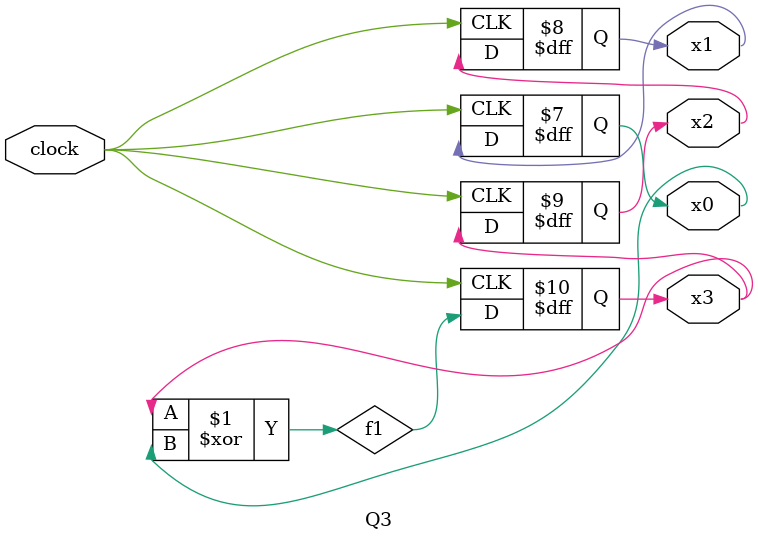
<source format=v>
`timescale 1ns / 1ps
module Q3(clock, x0, x1, x2, x3);
    input clock;
	output reg x0=1, x1=0, x2=0, x3=0;

	wire f1;
	xor(f1,x3,x0);
	always @ (posedge clock) begin
		x0 <= x1;
		x1 <= x2;
		x2 <= x3;
		x3 <= f1;
	end
endmodule

</source>
